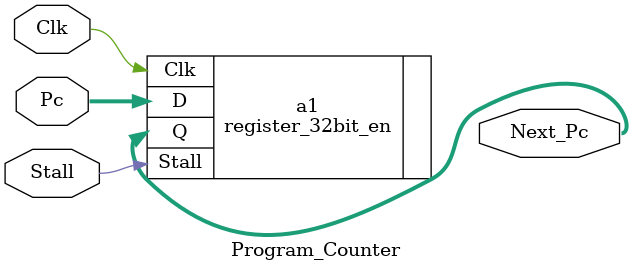
<source format=v>
`include "sequential_elements.v"

module Program_Counter(
    input Clk, Stall,
    input [31:0] Pc,
    output [31:0] Next_Pc
);

register_32bit_en a1(.D(Pc),.Clk(Clk),.Stall(Stall),.Q(Next_Pc));

endmodule
</source>
